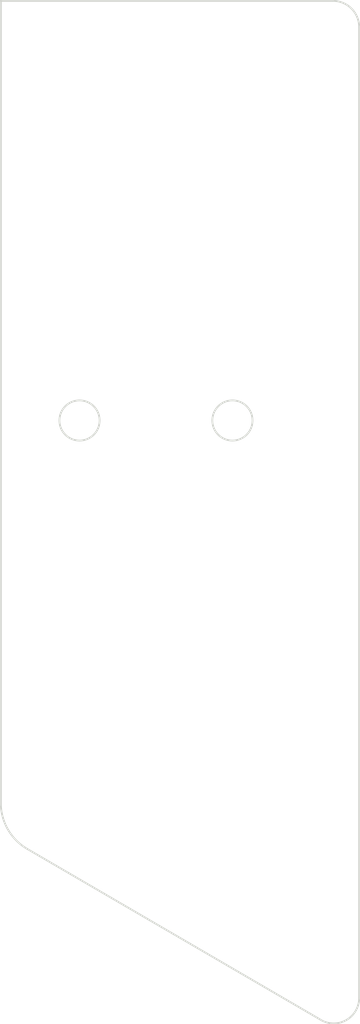
<source format=kicad_pcb>
(kicad_pcb (version 20211014) (generator pcbnew)
  (layers (0 "F.Cu" signal) (31 "B.Cu" signal) (34 "B.Paste" user) (35 "F.Paste" user) (36 "B.SilkS" user "B.Silkscreen") (37 "F.SilkS" user "F.Silkscreen") (38 "B.Mask" user) (39 "F.Mask" user) (44 "Edge.Cuts" user))
  (net 0 "")
  (footprint "pica:thread_m2_hole" (layer "F.Cu") (at 138.75 84)
    (fp_text reference "H7" hide)
    (fp_text value "MountingHole" hide)
    (fp_circle (center 0 0) (end 1.15 0) (layer "Edge.Cuts") (width 0.1) (fill none))
  )
  (footprint "pica:thread_m2_hole" (layer "F.Cu") (at 130 84)
    (fp_text reference "H6" hide)
    (fp_text value "MountingHole" hide)
    (fp_circle (center 0 0) (end 1.15 0) (layer "Edge.Cuts") (width 0.1) (fill none))
  )
  (gr_line (start 125.5 106) (end 125.5 60) (layer "Edge.Cuts") (width 0.1))
  (gr_arc (start 144.5 60) (mid 145.56066 60.43934) (end 146 61.5) (layer "Edge.Cuts") (width 0.1))
  (gr_line (start 127 108.5) (end 143.75 118.25) (layer "Edge.Cuts") (width 0.1))
  (gr_arc (start 127 108.5) (mid 125.931823 107.440906) (end 125.5 106) (layer "Edge.Cuts") (width 0.1))
  (gr_line (start 146 117) (end 146 61.5) (layer "Edge.Cuts") (width 0.1))
  (gr_arc (start 146 117) (mid 145.251202 118.302163) (end 143.75 118.25) (layer "Edge.Cuts") (width 0.1))
  (gr_line (start 144.5 60) (end 125.5 60) (layer "Edge.Cuts") (width 0.1))
)
</source>
